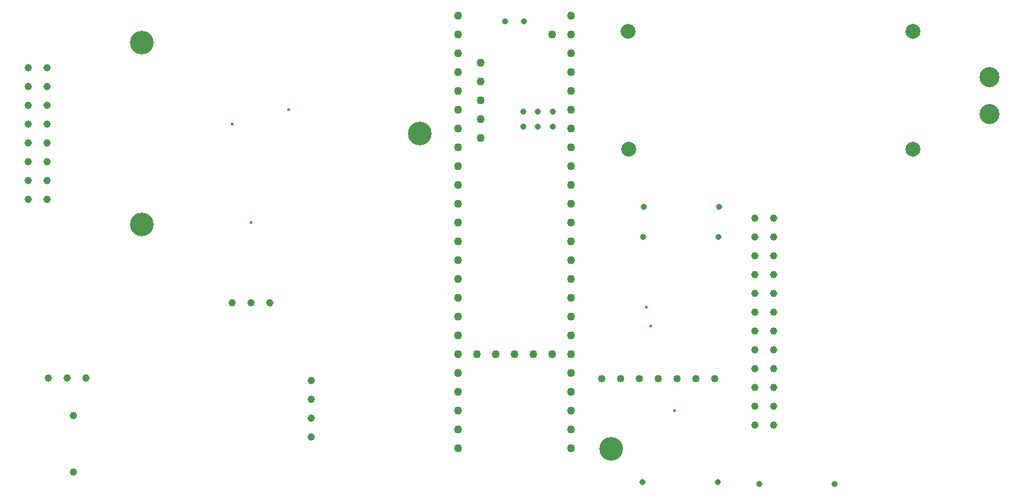
<source format=gbr>
%TF.GenerationSoftware,KiCad,Pcbnew,(6.0.9)*%
%TF.CreationDate,2023-04-14T20:57:21-04:00*%
%TF.ProjectId,rrc_pcb2,7272635f-7063-4623-922e-6b696361645f,rev?*%
%TF.SameCoordinates,Original*%
%TF.FileFunction,Plated,1,2,PTH,Drill*%
%TF.FilePolarity,Positive*%
%FSLAX46Y46*%
G04 Gerber Fmt 4.6, Leading zero omitted, Abs format (unit mm)*
G04 Created by KiCad (PCBNEW (6.0.9)) date 2023-04-14 20:57:21*
%MOMM*%
%LPD*%
G01*
G04 APERTURE LIST*
%TA.AperFunction,ViaDrill*%
%ADD10C,0.400000*%
%TD*%
%TA.AperFunction,ComponentDrill*%
%ADD11C,0.800000*%
%TD*%
%TA.AperFunction,ComponentDrill*%
%ADD12C,1.000000*%
%TD*%
%TA.AperFunction,ComponentDrill*%
%ADD13C,1.020000*%
%TD*%
%TA.AperFunction,ComponentDrill*%
%ADD14C,1.100000*%
%TD*%
%TA.AperFunction,ComponentDrill*%
%ADD15C,2.000000*%
%TD*%
%TA.AperFunction,ComponentDrill*%
%ADD16C,2.700000*%
%TD*%
%TA.AperFunction,ComponentDrill*%
%ADD17C,3.200000*%
%TD*%
G04 APERTURE END LIST*
D10*
X71120000Y-38735000D03*
X73660000Y-52070000D03*
X78740000Y-36830000D03*
X127000000Y-63500000D03*
X127635000Y-66040000D03*
X130810000Y-77470000D03*
D11*
%TO.C,U2*%
X107950000Y-24860000D03*
X110401600Y-37100000D03*
X110401600Y-39100000D03*
X110490000Y-24860000D03*
X112401600Y-37100000D03*
X112401600Y-39100000D03*
X114401600Y-37100000D03*
X114401600Y-39100000D03*
%TO.C,R3*%
X126526764Y-87069353D03*
%TO.C,R2*%
X126564950Y-53950936D03*
%TO.C,R1*%
X126644699Y-49963495D03*
%TO.C,R3*%
X136686764Y-87069353D03*
%TO.C,R2*%
X136724950Y-53950936D03*
%TO.C,R1*%
X136804699Y-49963495D03*
%TO.C,R4*%
X142280461Y-87377794D03*
X152440461Y-87377794D03*
D12*
%TO.C,REF\u002A\u002A*%
X43593723Y-31094801D03*
X43593723Y-33634801D03*
X43593723Y-36174801D03*
X43593723Y-38714801D03*
X43593723Y-41254801D03*
X43593723Y-43794801D03*
X43593723Y-46334801D03*
X43593723Y-48874801D03*
X46133723Y-31094801D03*
X46133723Y-33634801D03*
X46133723Y-36174801D03*
X46133723Y-38714801D03*
X46133723Y-41254801D03*
X46133723Y-43794801D03*
X46133723Y-46334801D03*
X46133723Y-48874801D03*
%TO.C,J2*%
X46355000Y-73025000D03*
X48895000Y-73025000D03*
%TO.C,BZ1*%
X49668154Y-78122249D03*
X49668154Y-85722249D03*
%TO.C,J2*%
X51435000Y-73025000D03*
%TO.C,J3*%
X71135000Y-62865000D03*
X73675000Y-62865000D03*
X76215000Y-62865000D03*
%TO.C,U3*%
X81786437Y-73344650D03*
X81786437Y-75884650D03*
X81786437Y-78424650D03*
X81786437Y-80964650D03*
%TO.C,U4*%
X141695612Y-51432137D03*
X141695612Y-53972137D03*
X141695612Y-56512137D03*
X141695612Y-59052137D03*
X141695612Y-61592137D03*
X141695612Y-64132137D03*
X141695612Y-66672137D03*
X141695612Y-69212137D03*
X141695612Y-71752137D03*
X141695612Y-74292137D03*
X141695612Y-76832137D03*
X141695612Y-79372137D03*
X144235612Y-51432137D03*
X144235612Y-53972137D03*
X144235612Y-56512137D03*
X144235612Y-59052137D03*
X144235612Y-61592137D03*
X144235612Y-64132137D03*
X144235612Y-66672137D03*
X144235612Y-69212137D03*
X144235612Y-71752137D03*
X144235612Y-74292137D03*
X144235612Y-76832137D03*
X144235612Y-79372137D03*
D13*
%TO.C,U5*%
X120963239Y-73088571D03*
X123503239Y-73088571D03*
X126043239Y-73088571D03*
X128583239Y-73088571D03*
X131123239Y-73088571D03*
X133663239Y-73088571D03*
X136203239Y-73088571D03*
D14*
%TO.C,U2*%
X101600000Y-24130000D03*
X101600000Y-26670000D03*
X101600000Y-29210000D03*
X101600000Y-31750000D03*
X101600000Y-34290000D03*
X101600000Y-36830000D03*
X101600000Y-39370000D03*
X101600000Y-41910000D03*
X101600000Y-44450000D03*
X101600000Y-46990000D03*
X101600000Y-49530000D03*
X101600000Y-52070000D03*
X101600000Y-54610000D03*
X101600000Y-57150000D03*
X101600000Y-59690000D03*
X101600000Y-62230000D03*
X101600000Y-64770000D03*
X101600000Y-67310000D03*
X101600000Y-69850000D03*
X101600000Y-72390000D03*
X101600000Y-74930000D03*
X101600000Y-77470000D03*
X101600000Y-80010000D03*
X101600000Y-82550000D03*
X104140000Y-69850000D03*
X104650800Y-30429200D03*
X104650800Y-32969200D03*
X104650800Y-35509200D03*
X104650800Y-38049200D03*
X104650800Y-40589200D03*
X106680000Y-69850000D03*
X109220000Y-69850000D03*
X111760000Y-69850000D03*
X114300000Y-26670000D03*
X114300000Y-69850000D03*
X116840000Y-24130000D03*
X116840000Y-26670000D03*
X116840000Y-29210000D03*
X116840000Y-31750000D03*
X116840000Y-34290000D03*
X116840000Y-36830000D03*
X116840000Y-39370000D03*
X116840000Y-41910000D03*
X116840000Y-44450000D03*
X116840000Y-46990000D03*
X116840000Y-49530000D03*
X116840000Y-52070000D03*
X116840000Y-54610000D03*
X116840000Y-57150000D03*
X116840000Y-59690000D03*
X116840000Y-62230000D03*
X116840000Y-64770000D03*
X116840000Y-67310000D03*
X116840000Y-69850000D03*
X116840000Y-72390000D03*
X116840000Y-74930000D03*
X116840000Y-77470000D03*
X116840000Y-80010000D03*
X116840000Y-82550000D03*
D15*
%TO.C,U7*%
X124573223Y-26235000D03*
X124650000Y-42155000D03*
X163010000Y-26235000D03*
X163010000Y-42155000D03*
D16*
%TO.C,J1*%
X173355000Y-32385000D03*
X173355000Y-37385000D03*
D17*
%TO.C,REF\u002A\u002A*%
X58975603Y-27782541D03*
X58975603Y-52282541D03*
X96475603Y-40032541D03*
%TO.C,U5*%
X122233239Y-82593571D03*
M02*

</source>
